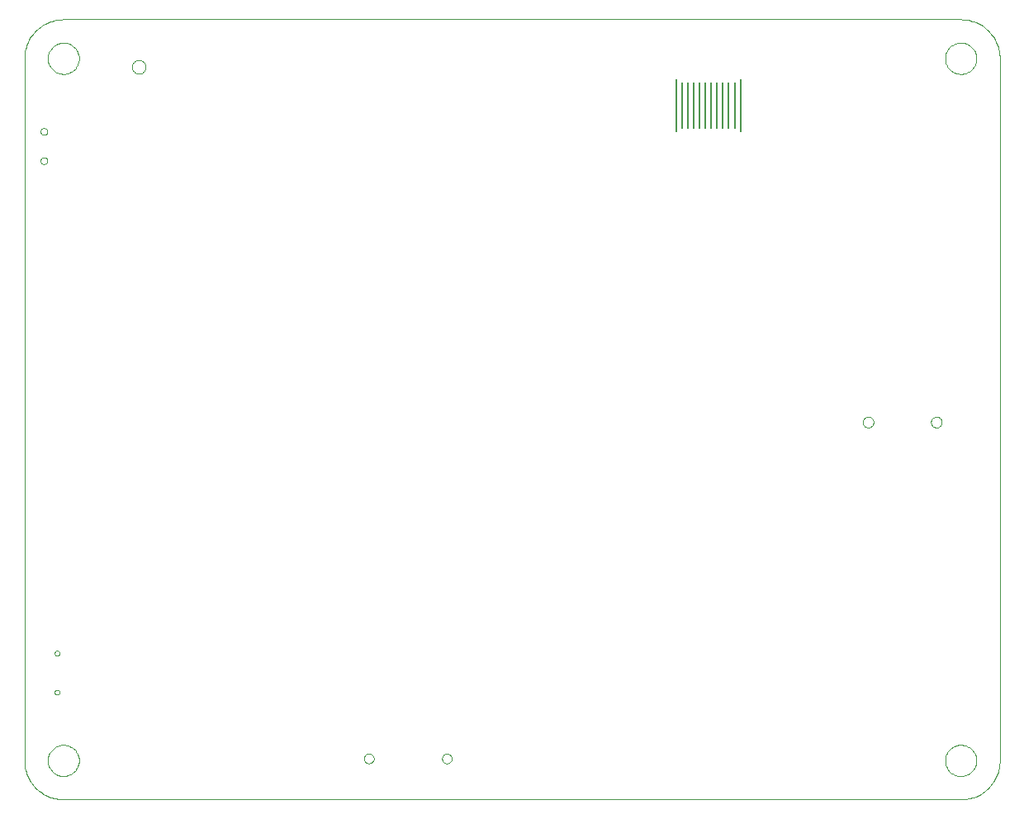
<source format=gbp>
G75*
G70*
%OFA0B0*%
%FSLAX24Y24*%
%IPPOS*%
%LPD*%
%AMOC8*
5,1,8,0,0,1.08239X$1,22.5*
%
%ADD10C,0.0000*%
%ADD11R,0.0098X0.2165*%
%ADD12R,0.0098X0.1890*%
D10*
X002587Y001755D02*
X002587Y030101D01*
X003531Y030101D02*
X003533Y030151D01*
X003539Y030201D01*
X003549Y030250D01*
X003563Y030298D01*
X003580Y030345D01*
X003601Y030390D01*
X003626Y030434D01*
X003654Y030475D01*
X003686Y030514D01*
X003720Y030551D01*
X003757Y030585D01*
X003797Y030615D01*
X003839Y030642D01*
X003883Y030666D01*
X003929Y030687D01*
X003976Y030703D01*
X004024Y030716D01*
X004074Y030725D01*
X004123Y030730D01*
X004174Y030731D01*
X004224Y030728D01*
X004273Y030721D01*
X004322Y030710D01*
X004370Y030695D01*
X004416Y030677D01*
X004461Y030655D01*
X004504Y030629D01*
X004545Y030600D01*
X004584Y030568D01*
X004620Y030533D01*
X004652Y030495D01*
X004682Y030455D01*
X004709Y030412D01*
X004732Y030368D01*
X004751Y030322D01*
X004767Y030274D01*
X004779Y030225D01*
X004787Y030176D01*
X004791Y030126D01*
X004791Y030076D01*
X004787Y030026D01*
X004779Y029977D01*
X004767Y029928D01*
X004751Y029880D01*
X004732Y029834D01*
X004709Y029790D01*
X004682Y029747D01*
X004652Y029707D01*
X004620Y029669D01*
X004584Y029634D01*
X004545Y029602D01*
X004504Y029573D01*
X004461Y029547D01*
X004416Y029525D01*
X004370Y029507D01*
X004322Y029492D01*
X004273Y029481D01*
X004224Y029474D01*
X004174Y029471D01*
X004123Y029472D01*
X004074Y029477D01*
X004024Y029486D01*
X003976Y029499D01*
X003929Y029515D01*
X003883Y029536D01*
X003839Y029560D01*
X003797Y029587D01*
X003757Y029617D01*
X003720Y029651D01*
X003686Y029688D01*
X003654Y029727D01*
X003626Y029768D01*
X003601Y029812D01*
X003580Y029857D01*
X003563Y029904D01*
X003549Y029952D01*
X003539Y030001D01*
X003533Y030051D01*
X003531Y030101D01*
X002586Y030101D02*
X002588Y030178D01*
X002594Y030255D01*
X002603Y030332D01*
X002616Y030408D01*
X002633Y030484D01*
X002654Y030558D01*
X002678Y030632D01*
X002706Y030704D01*
X002737Y030774D01*
X002772Y030843D01*
X002810Y030911D01*
X002851Y030976D01*
X002896Y031039D01*
X002944Y031100D01*
X002994Y031159D01*
X003047Y031215D01*
X003103Y031268D01*
X003162Y031318D01*
X003223Y031366D01*
X003286Y031411D01*
X003351Y031452D01*
X003419Y031490D01*
X003488Y031525D01*
X003558Y031556D01*
X003630Y031584D01*
X003704Y031608D01*
X003778Y031629D01*
X003854Y031646D01*
X003930Y031659D01*
X004007Y031668D01*
X004084Y031674D01*
X004161Y031676D01*
X040382Y031676D01*
X039752Y030101D02*
X039754Y030151D01*
X039760Y030201D01*
X039770Y030250D01*
X039784Y030298D01*
X039801Y030345D01*
X039822Y030390D01*
X039847Y030434D01*
X039875Y030475D01*
X039907Y030514D01*
X039941Y030551D01*
X039978Y030585D01*
X040018Y030615D01*
X040060Y030642D01*
X040104Y030666D01*
X040150Y030687D01*
X040197Y030703D01*
X040245Y030716D01*
X040295Y030725D01*
X040344Y030730D01*
X040395Y030731D01*
X040445Y030728D01*
X040494Y030721D01*
X040543Y030710D01*
X040591Y030695D01*
X040637Y030677D01*
X040682Y030655D01*
X040725Y030629D01*
X040766Y030600D01*
X040805Y030568D01*
X040841Y030533D01*
X040873Y030495D01*
X040903Y030455D01*
X040930Y030412D01*
X040953Y030368D01*
X040972Y030322D01*
X040988Y030274D01*
X041000Y030225D01*
X041008Y030176D01*
X041012Y030126D01*
X041012Y030076D01*
X041008Y030026D01*
X041000Y029977D01*
X040988Y029928D01*
X040972Y029880D01*
X040953Y029834D01*
X040930Y029790D01*
X040903Y029747D01*
X040873Y029707D01*
X040841Y029669D01*
X040805Y029634D01*
X040766Y029602D01*
X040725Y029573D01*
X040682Y029547D01*
X040637Y029525D01*
X040591Y029507D01*
X040543Y029492D01*
X040494Y029481D01*
X040445Y029474D01*
X040395Y029471D01*
X040344Y029472D01*
X040295Y029477D01*
X040245Y029486D01*
X040197Y029499D01*
X040150Y029515D01*
X040104Y029536D01*
X040060Y029560D01*
X040018Y029587D01*
X039978Y029617D01*
X039941Y029651D01*
X039907Y029688D01*
X039875Y029727D01*
X039847Y029768D01*
X039822Y029812D01*
X039801Y029857D01*
X039784Y029904D01*
X039770Y029952D01*
X039760Y030001D01*
X039754Y030051D01*
X039752Y030101D01*
X040382Y031676D02*
X040459Y031674D01*
X040536Y031668D01*
X040613Y031659D01*
X040689Y031646D01*
X040765Y031629D01*
X040839Y031608D01*
X040913Y031584D01*
X040985Y031556D01*
X041055Y031525D01*
X041124Y031490D01*
X041192Y031452D01*
X041257Y031411D01*
X041320Y031366D01*
X041381Y031318D01*
X041440Y031268D01*
X041496Y031215D01*
X041549Y031159D01*
X041599Y031100D01*
X041647Y031039D01*
X041692Y030976D01*
X041733Y030911D01*
X041771Y030843D01*
X041806Y030774D01*
X041837Y030704D01*
X041865Y030632D01*
X041889Y030558D01*
X041910Y030484D01*
X041927Y030408D01*
X041940Y030332D01*
X041949Y030255D01*
X041955Y030178D01*
X041957Y030101D01*
X041957Y001755D01*
X039752Y001755D02*
X039754Y001805D01*
X039760Y001855D01*
X039770Y001904D01*
X039784Y001952D01*
X039801Y001999D01*
X039822Y002044D01*
X039847Y002088D01*
X039875Y002129D01*
X039907Y002168D01*
X039941Y002205D01*
X039978Y002239D01*
X040018Y002269D01*
X040060Y002296D01*
X040104Y002320D01*
X040150Y002341D01*
X040197Y002357D01*
X040245Y002370D01*
X040295Y002379D01*
X040344Y002384D01*
X040395Y002385D01*
X040445Y002382D01*
X040494Y002375D01*
X040543Y002364D01*
X040591Y002349D01*
X040637Y002331D01*
X040682Y002309D01*
X040725Y002283D01*
X040766Y002254D01*
X040805Y002222D01*
X040841Y002187D01*
X040873Y002149D01*
X040903Y002109D01*
X040930Y002066D01*
X040953Y002022D01*
X040972Y001976D01*
X040988Y001928D01*
X041000Y001879D01*
X041008Y001830D01*
X041012Y001780D01*
X041012Y001730D01*
X041008Y001680D01*
X041000Y001631D01*
X040988Y001582D01*
X040972Y001534D01*
X040953Y001488D01*
X040930Y001444D01*
X040903Y001401D01*
X040873Y001361D01*
X040841Y001323D01*
X040805Y001288D01*
X040766Y001256D01*
X040725Y001227D01*
X040682Y001201D01*
X040637Y001179D01*
X040591Y001161D01*
X040543Y001146D01*
X040494Y001135D01*
X040445Y001128D01*
X040395Y001125D01*
X040344Y001126D01*
X040295Y001131D01*
X040245Y001140D01*
X040197Y001153D01*
X040150Y001169D01*
X040104Y001190D01*
X040060Y001214D01*
X040018Y001241D01*
X039978Y001271D01*
X039941Y001305D01*
X039907Y001342D01*
X039875Y001381D01*
X039847Y001422D01*
X039822Y001466D01*
X039801Y001511D01*
X039784Y001558D01*
X039770Y001606D01*
X039760Y001655D01*
X039754Y001705D01*
X039752Y001755D01*
X040382Y000180D02*
X040459Y000182D01*
X040536Y000188D01*
X040613Y000197D01*
X040689Y000210D01*
X040765Y000227D01*
X040839Y000248D01*
X040913Y000272D01*
X040985Y000300D01*
X041055Y000331D01*
X041124Y000366D01*
X041192Y000404D01*
X041257Y000445D01*
X041320Y000490D01*
X041381Y000538D01*
X041440Y000588D01*
X041496Y000641D01*
X041549Y000697D01*
X041599Y000756D01*
X041647Y000817D01*
X041692Y000880D01*
X041733Y000945D01*
X041771Y001013D01*
X041806Y001082D01*
X041837Y001152D01*
X041865Y001224D01*
X041889Y001298D01*
X041910Y001372D01*
X041927Y001448D01*
X041940Y001524D01*
X041949Y001601D01*
X041955Y001678D01*
X041957Y001755D01*
X040382Y000180D02*
X004161Y000180D01*
X003531Y001755D02*
X003533Y001805D01*
X003539Y001855D01*
X003549Y001904D01*
X003563Y001952D01*
X003580Y001999D01*
X003601Y002044D01*
X003626Y002088D01*
X003654Y002129D01*
X003686Y002168D01*
X003720Y002205D01*
X003757Y002239D01*
X003797Y002269D01*
X003839Y002296D01*
X003883Y002320D01*
X003929Y002341D01*
X003976Y002357D01*
X004024Y002370D01*
X004074Y002379D01*
X004123Y002384D01*
X004174Y002385D01*
X004224Y002382D01*
X004273Y002375D01*
X004322Y002364D01*
X004370Y002349D01*
X004416Y002331D01*
X004461Y002309D01*
X004504Y002283D01*
X004545Y002254D01*
X004584Y002222D01*
X004620Y002187D01*
X004652Y002149D01*
X004682Y002109D01*
X004709Y002066D01*
X004732Y002022D01*
X004751Y001976D01*
X004767Y001928D01*
X004779Y001879D01*
X004787Y001830D01*
X004791Y001780D01*
X004791Y001730D01*
X004787Y001680D01*
X004779Y001631D01*
X004767Y001582D01*
X004751Y001534D01*
X004732Y001488D01*
X004709Y001444D01*
X004682Y001401D01*
X004652Y001361D01*
X004620Y001323D01*
X004584Y001288D01*
X004545Y001256D01*
X004504Y001227D01*
X004461Y001201D01*
X004416Y001179D01*
X004370Y001161D01*
X004322Y001146D01*
X004273Y001135D01*
X004224Y001128D01*
X004174Y001125D01*
X004123Y001126D01*
X004074Y001131D01*
X004024Y001140D01*
X003976Y001153D01*
X003929Y001169D01*
X003883Y001190D01*
X003839Y001214D01*
X003797Y001241D01*
X003757Y001271D01*
X003720Y001305D01*
X003686Y001342D01*
X003654Y001381D01*
X003626Y001422D01*
X003601Y001466D01*
X003580Y001511D01*
X003563Y001558D01*
X003549Y001606D01*
X003539Y001655D01*
X003533Y001705D01*
X003531Y001755D01*
X002586Y001755D02*
X002588Y001678D01*
X002594Y001601D01*
X002603Y001524D01*
X002616Y001448D01*
X002633Y001372D01*
X002654Y001298D01*
X002678Y001224D01*
X002706Y001152D01*
X002737Y001082D01*
X002772Y001013D01*
X002810Y000945D01*
X002851Y000880D01*
X002896Y000817D01*
X002944Y000756D01*
X002994Y000697D01*
X003047Y000641D01*
X003103Y000588D01*
X003162Y000538D01*
X003223Y000490D01*
X003286Y000445D01*
X003351Y000404D01*
X003419Y000366D01*
X003488Y000331D01*
X003558Y000300D01*
X003630Y000272D01*
X003704Y000248D01*
X003778Y000227D01*
X003854Y000210D01*
X003930Y000197D01*
X004007Y000188D01*
X004084Y000182D01*
X004161Y000180D01*
X003807Y004511D02*
X003809Y004530D01*
X003814Y004549D01*
X003824Y004565D01*
X003836Y004580D01*
X003851Y004592D01*
X003867Y004602D01*
X003886Y004607D01*
X003905Y004609D01*
X003924Y004607D01*
X003943Y004602D01*
X003959Y004592D01*
X003974Y004580D01*
X003986Y004565D01*
X003996Y004549D01*
X004001Y004530D01*
X004003Y004511D01*
X004001Y004492D01*
X003996Y004473D01*
X003986Y004457D01*
X003974Y004442D01*
X003959Y004430D01*
X003943Y004420D01*
X003924Y004415D01*
X003905Y004413D01*
X003886Y004415D01*
X003867Y004420D01*
X003851Y004430D01*
X003836Y004442D01*
X003824Y004457D01*
X003814Y004473D01*
X003809Y004492D01*
X003807Y004511D01*
X003807Y006086D02*
X003809Y006105D01*
X003814Y006124D01*
X003824Y006140D01*
X003836Y006155D01*
X003851Y006167D01*
X003867Y006177D01*
X003886Y006182D01*
X003905Y006184D01*
X003924Y006182D01*
X003943Y006177D01*
X003959Y006167D01*
X003974Y006155D01*
X003986Y006140D01*
X003996Y006124D01*
X004001Y006105D01*
X004003Y006086D01*
X004001Y006067D01*
X003996Y006048D01*
X003986Y006032D01*
X003974Y006017D01*
X003959Y006005D01*
X003943Y005995D01*
X003924Y005990D01*
X003905Y005988D01*
X003886Y005990D01*
X003867Y005995D01*
X003851Y006005D01*
X003836Y006017D01*
X003824Y006032D01*
X003814Y006048D01*
X003809Y006067D01*
X003807Y006086D01*
X016295Y001834D02*
X016297Y001861D01*
X016303Y001888D01*
X016312Y001914D01*
X016325Y001938D01*
X016341Y001961D01*
X016360Y001980D01*
X016382Y001997D01*
X016406Y002011D01*
X016431Y002021D01*
X016458Y002028D01*
X016485Y002031D01*
X016513Y002030D01*
X016540Y002025D01*
X016566Y002017D01*
X016590Y002005D01*
X016613Y001989D01*
X016634Y001971D01*
X016651Y001950D01*
X016666Y001926D01*
X016677Y001901D01*
X016685Y001875D01*
X016689Y001848D01*
X016689Y001820D01*
X016685Y001793D01*
X016677Y001767D01*
X016666Y001742D01*
X016651Y001718D01*
X016634Y001697D01*
X016613Y001679D01*
X016591Y001663D01*
X016566Y001651D01*
X016540Y001643D01*
X016513Y001638D01*
X016485Y001637D01*
X016458Y001640D01*
X016431Y001647D01*
X016406Y001657D01*
X016382Y001671D01*
X016360Y001688D01*
X016341Y001707D01*
X016325Y001730D01*
X016312Y001754D01*
X016303Y001780D01*
X016297Y001807D01*
X016295Y001834D01*
X019445Y001834D02*
X019447Y001861D01*
X019453Y001888D01*
X019462Y001914D01*
X019475Y001938D01*
X019491Y001961D01*
X019510Y001980D01*
X019532Y001997D01*
X019556Y002011D01*
X019581Y002021D01*
X019608Y002028D01*
X019635Y002031D01*
X019663Y002030D01*
X019690Y002025D01*
X019716Y002017D01*
X019740Y002005D01*
X019763Y001989D01*
X019784Y001971D01*
X019801Y001950D01*
X019816Y001926D01*
X019827Y001901D01*
X019835Y001875D01*
X019839Y001848D01*
X019839Y001820D01*
X019835Y001793D01*
X019827Y001767D01*
X019816Y001742D01*
X019801Y001718D01*
X019784Y001697D01*
X019763Y001679D01*
X019741Y001663D01*
X019716Y001651D01*
X019690Y001643D01*
X019663Y001638D01*
X019635Y001637D01*
X019608Y001640D01*
X019581Y001647D01*
X019556Y001657D01*
X019532Y001671D01*
X019510Y001688D01*
X019491Y001707D01*
X019475Y001730D01*
X019462Y001754D01*
X019453Y001780D01*
X019447Y001807D01*
X019445Y001834D01*
X036425Y015416D02*
X036427Y015445D01*
X036433Y015473D01*
X036442Y015501D01*
X036455Y015527D01*
X036472Y015550D01*
X036491Y015572D01*
X036513Y015591D01*
X036538Y015606D01*
X036564Y015619D01*
X036592Y015627D01*
X036620Y015632D01*
X036649Y015633D01*
X036678Y015630D01*
X036706Y015623D01*
X036733Y015613D01*
X036759Y015599D01*
X036782Y015582D01*
X036803Y015562D01*
X036821Y015539D01*
X036836Y015514D01*
X036847Y015487D01*
X036855Y015459D01*
X036859Y015430D01*
X036859Y015402D01*
X036855Y015373D01*
X036847Y015345D01*
X036836Y015318D01*
X036821Y015293D01*
X036803Y015270D01*
X036782Y015250D01*
X036759Y015233D01*
X036733Y015219D01*
X036706Y015209D01*
X036678Y015202D01*
X036649Y015199D01*
X036620Y015200D01*
X036592Y015205D01*
X036564Y015213D01*
X036538Y015226D01*
X036513Y015241D01*
X036491Y015260D01*
X036472Y015282D01*
X036455Y015305D01*
X036442Y015331D01*
X036433Y015359D01*
X036427Y015387D01*
X036425Y015416D01*
X039181Y015416D02*
X039183Y015445D01*
X039189Y015473D01*
X039198Y015501D01*
X039211Y015527D01*
X039228Y015550D01*
X039247Y015572D01*
X039269Y015591D01*
X039294Y015606D01*
X039320Y015619D01*
X039348Y015627D01*
X039376Y015632D01*
X039405Y015633D01*
X039434Y015630D01*
X039462Y015623D01*
X039489Y015613D01*
X039515Y015599D01*
X039538Y015582D01*
X039559Y015562D01*
X039577Y015539D01*
X039592Y015514D01*
X039603Y015487D01*
X039611Y015459D01*
X039615Y015430D01*
X039615Y015402D01*
X039611Y015373D01*
X039603Y015345D01*
X039592Y015318D01*
X039577Y015293D01*
X039559Y015270D01*
X039538Y015250D01*
X039515Y015233D01*
X039489Y015219D01*
X039462Y015209D01*
X039434Y015202D01*
X039405Y015199D01*
X039376Y015200D01*
X039348Y015205D01*
X039320Y015213D01*
X039294Y015226D01*
X039269Y015241D01*
X039247Y015260D01*
X039228Y015282D01*
X039211Y015305D01*
X039198Y015331D01*
X039189Y015359D01*
X039183Y015387D01*
X039181Y015416D01*
X006929Y029758D02*
X006931Y029791D01*
X006937Y029823D01*
X006946Y029854D01*
X006959Y029884D01*
X006976Y029912D01*
X006996Y029938D01*
X007019Y029962D01*
X007044Y029982D01*
X007072Y030000D01*
X007101Y030014D01*
X007132Y030024D01*
X007164Y030031D01*
X007197Y030034D01*
X007230Y030033D01*
X007262Y030028D01*
X007293Y030019D01*
X007324Y030007D01*
X007352Y029991D01*
X007379Y029972D01*
X007403Y029950D01*
X007424Y029925D01*
X007443Y029898D01*
X007458Y029869D01*
X007469Y029839D01*
X007477Y029807D01*
X007481Y029774D01*
X007481Y029742D01*
X007477Y029709D01*
X007469Y029677D01*
X007458Y029647D01*
X007443Y029618D01*
X007424Y029591D01*
X007403Y029566D01*
X007379Y029544D01*
X007352Y029525D01*
X007324Y029509D01*
X007293Y029497D01*
X007262Y029488D01*
X007230Y029483D01*
X007197Y029482D01*
X007164Y029485D01*
X007132Y029492D01*
X007101Y029502D01*
X007072Y029516D01*
X007044Y029534D01*
X007019Y029554D01*
X006996Y029578D01*
X006976Y029604D01*
X006959Y029632D01*
X006946Y029662D01*
X006937Y029693D01*
X006931Y029725D01*
X006929Y029758D01*
X003236Y027149D02*
X003238Y027172D01*
X003244Y027195D01*
X003254Y027216D01*
X003267Y027236D01*
X003283Y027253D01*
X003302Y027267D01*
X003323Y027277D01*
X003345Y027284D01*
X003368Y027287D01*
X003392Y027286D01*
X003414Y027281D01*
X003436Y027272D01*
X003456Y027260D01*
X003474Y027244D01*
X003488Y027226D01*
X003500Y027206D01*
X003508Y027184D01*
X003512Y027161D01*
X003512Y027137D01*
X003508Y027114D01*
X003500Y027092D01*
X003488Y027072D01*
X003474Y027054D01*
X003456Y027038D01*
X003436Y027026D01*
X003414Y027017D01*
X003392Y027012D01*
X003368Y027011D01*
X003345Y027014D01*
X003323Y027021D01*
X003302Y027031D01*
X003283Y027045D01*
X003267Y027062D01*
X003254Y027082D01*
X003244Y027103D01*
X003238Y027126D01*
X003236Y027149D01*
X003236Y025967D02*
X003238Y025990D01*
X003244Y026013D01*
X003254Y026034D01*
X003267Y026054D01*
X003283Y026071D01*
X003302Y026085D01*
X003323Y026095D01*
X003345Y026102D01*
X003368Y026105D01*
X003392Y026104D01*
X003414Y026099D01*
X003436Y026090D01*
X003456Y026078D01*
X003474Y026062D01*
X003488Y026044D01*
X003500Y026024D01*
X003508Y026002D01*
X003512Y025979D01*
X003512Y025955D01*
X003508Y025932D01*
X003500Y025910D01*
X003488Y025890D01*
X003474Y025872D01*
X003456Y025856D01*
X003436Y025844D01*
X003414Y025835D01*
X003392Y025830D01*
X003368Y025829D01*
X003345Y025832D01*
X003323Y025839D01*
X003302Y025849D01*
X003283Y025863D01*
X003267Y025880D01*
X003254Y025900D01*
X003244Y025921D01*
X003238Y025944D01*
X003236Y025967D01*
D11*
X028890Y028203D03*
X031488Y028203D03*
D12*
X031252Y028203D03*
X031016Y028203D03*
X030779Y028203D03*
X030543Y028203D03*
X030307Y028203D03*
X030071Y028203D03*
X029835Y028203D03*
X029598Y028203D03*
X029362Y028203D03*
X029126Y028203D03*
M02*

</source>
